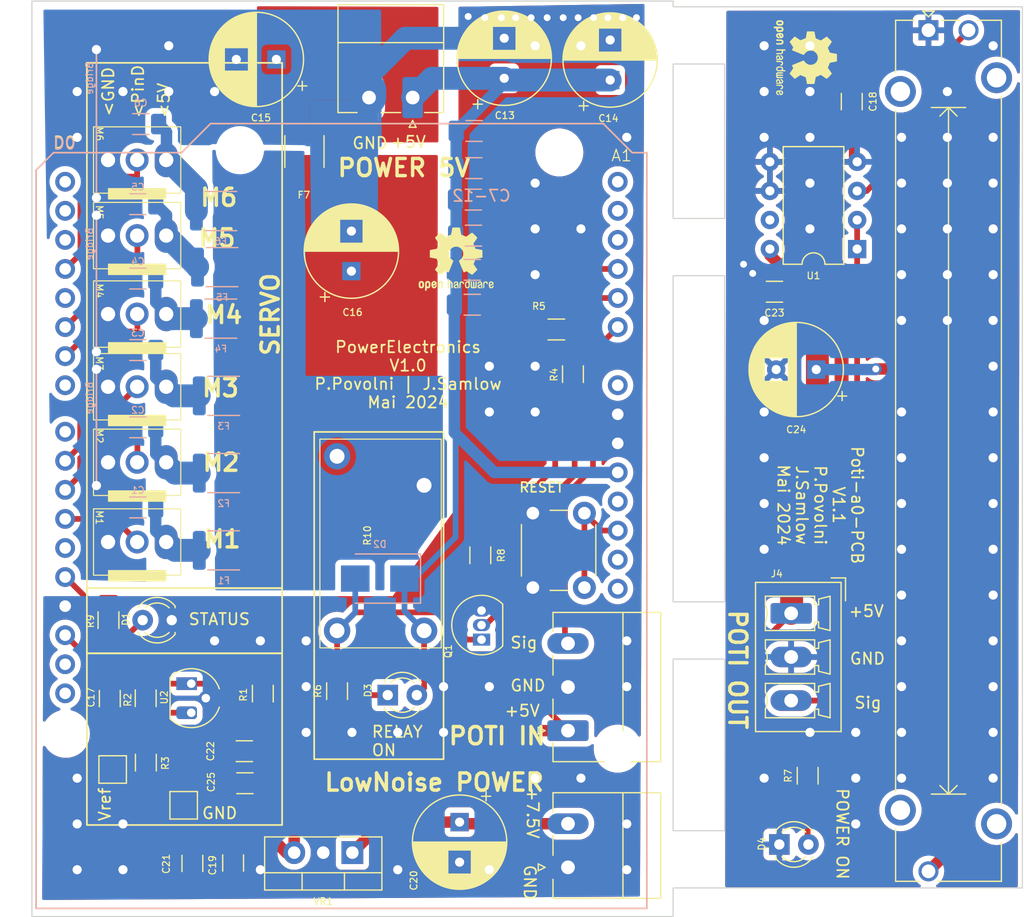
<source format=kicad_pcb>
(kicad_pcb (version 20221018) (generator pcbnew)
  (layers (0 "F.Cu" signal) (31 "B.Cu" signal) (34 "B.Paste" user) (35 "F.Paste" user) (36 "B.SilkS" user "B.Silkscreen") (37 "F.SilkS" user "F.Silkscreen") (38 "B.Mask" user) (39 "F.Mask" user) (44 "Edge.Cuts" user))
  (net 0 "")
  (net 13 "/A0")
  (net 14 "/A1")
  (net 15 "/A2")
  (net 16 "/3,722 V (Aref)")
  (net 17 "/D3")
  (net 18 "/D5")
  (net 19 "/D6")
  (net 20 "/D9")
  (net 21 "/D10")
  (net 22 "/D11")
  (net 23 "/D13")
  (net 24 "GND")
  (net 25 "Net-(A1-RESET)")
  (net 26 "Net-(M1-Pin_1)")
  (net 27 "Net-(M2-Pin_1)")
  (net 28 "Net-(M3-Pin_1)")
  (net 29 "Net-(M4-Pin_1)")
  (net 30 "Net-(M5-Pin_1)")
  (net 31 "Net-(M6-Pin_1)")
  (net 32 "+5V")
  (net 33 "+5V{slash} Mot")
  (net 34 "+7.5V")
  (net 35 "+5VA")
  (net 36 "Net-(D1-A)")
  (net 37 "Net-(D2-A)")
  (net 38 "Net-(D4-A)")
  (net 39 "Net-(U2-REF)")
  (net 40 "+5V{slash} Fused")
  (net 41 "/Poti/Pin A0")
  (net 42 "Net-(D3-K)")
  (net 43 "Net-(U1A-+)")
  (net 45 "Net-(Q1-B)")
  (footprint "1_ProjectSpecific:Arduino Uno Shield Mini BBB" (layer "F.Cu") (at 88.1625 71.73 90)
    (fp_text reference "A1")
    (fp_text value "Arduino_Uno")
  )
  (footprint "Connector_Phoenix_MC:PhoenixContact_MCV_1,5_3-G-3.81_1x03_P3.81mm_Vertical" (layer "F.Cu") (at 100.8075 112.0075 -90)
    (fp_text reference "J4")
    (fp_text value "Poti")
  )
  (footprint "Package_DIP:DIP-8_W7.62mm" (layer "F.Cu") (at 106.57 80.17 180)
    (fp_text reference "U1")
    (fp_text value "LM358")
  )
  (footprint "Capacitor_SMD:C_1206_3216Metric_Pad1.33x1.80mm_HandSolder" (layer "F.Cu") (at 106.1 67.2875 -90)
    (fp_text reference "C18")
    (fp_text value "100n")
  )
  (footprint "Capacitor_SMD:C_1206_3216Metric_Pad1.33x1.80mm_HandSolder" (layer "F.Cu") (at 53.05 124.05 180)
    (fp_text reference "C22")
    (fp_text value "100n" hide)
  )
  (footprint "Resistor_SMD:R_1206_3216Metric_Pad1.30x1.75mm_HandSolder" (layer "F.Cu") (at 54.665 119.02 90)
    (fp_text reference "R1")
    (fp_text value "147, E192" hide)
  )
  (footprint "Capacitor_SMD:C_1206_3216Metric_Pad1.33x1.80mm_HandSolder" (layer "F.Cu") (at 52.07 133.8195 -90)
    (fp_text reference "C19")
    (fp_text value "100n" hide)
  )
  (footprint "Capacitor_THT:CP_Radial_D8.0mm_P3.50mm" (layer "F.Cu") (at 71.85 130.247349 -90)
    (fp_text reference "C20")
    (fp_text value "47µF")
  )
  (footprint "Capacitor_SMD:C_1206_3216Metric_Pad1.33x1.80mm_HandSolder" (layer "F.Cu") (at 53.1 126.85 180)
    (fp_text reference "C25")
    (fp_text value "1µF")
  )
  (footprint "TestPoint:TestPoint_Pad_2.0x2.0mm" (layer "F.Cu") (at 47.752 128.778)
    (fp_text reference "REF**" hide)
    (fp_text value "TestPoint_Pad_2.0x2.0mm")
  )
  (footprint "Package_TO_SOT_THT:TO-92_Inline" (layer "F.Cu") (at 73.766 114.3 90)
    (fp_text reference "Q1")
    (fp_text value "BC548A")
  )
  (footprint "Button_Switch_THT:SW_PUSH_6mm" (layer "F.Cu") (at 82.75 103.25 -90)
    (fp_text reference "SW1" hide)
    (fp_text value "RESET")
  )
  (footprint "LED_THT:LED_D3.0mm" (layer "F.Cu") (at 65.575 119.15)
    (fp_text reference "D3")
    (fp_text value "LED" hide)
  )
  (footprint "TestPoint:TestPoint_Pad_2.0x2.0mm" (layer "F.Cu") (at 41.55 125.65)
    (fp_text reference "REF**" hide)
    (fp_text value "TestPoint_Pad_2.0x2.0mm")
  )
  (footprint "Capacitor_THT:CP_Radial_D8.0mm_P3.50mm" (layer "F.Cu") (at 62.4 82.102651 90)
    (fp_text reference "C16")
    (fp_text value "47 µF" hide)
  )
  (footprint "Capacitor_THT:CP_Radial_D8.0mm_P3.50mm" (layer "F.Cu") (at 103 90.7 180)
    (fp_text reference "C24")
    (fp_text value "47µF")
  )
  (footprint "1_ProjectSpecific:Molex_3Pin_Header" (layer "F.Cu") (at 43.688 92.202 180)
    (fp_text reference "M3")
    (fp_text value "Molex_22272031")
  )
  (footprint "Capacitor_THT:CP_Radial_D8.0mm_P3.50mm" (layer "F.Cu") (at 85 65.402651 90)
    (fp_text reference "C14")
    (fp_text value "47µF" hide)
  )
  (footprint "Resistor_SMD:R_1206_3216Metric_Pad1.30x1.75mm_HandSolder" (layer "F.Cu") (at 41.1845 112.6 -90)
    (fp_text reference "R9")
    (fp_text value "147" hide)
  )
  (footprint "LED_THT:LED_D3.0mm" (layer "F.Cu") (at 46.7095 112.6 180)
    (fp_text reference "D1")
    (fp_text value "gelb" hide)
  )
  (footprint "Resistor_SMD:R_1206_3216Metric_Pad1.30x1.75mm_HandSolder" (layer "F.Cu") (at 81.75 91.1 90)
    (fp_text reference "R4")
    (fp_text value "2370, E192" hide)
  )
  (footprint "Capacitor_THT:CP_Radial_D8.0mm_P3.50mm" (layer "F.Cu") (at 55.85 63.6 180)
    (fp_text reference "C15")
    (fp_text value "47 µF" hide)
  )
  (footprint "Capacitor_SMD:C_1206_3216Metric_Pad1.33x1.80mm_HandSolder" (layer "F.Cu") (at 48.514 133.858 -90)
    (fp_text reference "C21")
    (fp_text value "1µF")
  )
  (footprint "Resistor_SMD:R_1206_3216Metric_Pad1.30x1.75mm_HandSolder" (layer "F.Cu") (at 44.45 125.05 -90)
    (fp_text reference "R3")
    (fp_text value "2370, E192" hide)
  )
  (footprint "Resistor_SMD:R_1206_3216Metric_Pad1.30x1.75mm_HandSolder" (layer "F.Cu") (at 73.66 106.934 -90)
    (fp_text reference "R8")
    (fp_text value "1k" hide)
  )
  (footprint "Capacitor_THT:CP_Radial_D8.0mm_P3.50mm" (layer "F.Cu") (at 75.75 65.25 90)
    (fp_text reference "C13")
    (fp_text value "47 µF" hide)
  )
  (footprint "Symbol:OSHW-Logo2_7.3x6mm_SilkScreen" (layer "F.Cu") (at 71.55 81.05)
    (fp_text reference "REF**" hide)
    (fp_text value "OSHW-Logo2_7.3x6mm_SilkScreen" hide)
  )
  (footprint "Resistor_SMD:R_1206_3216Metric_Pad1.30x1.75mm_HandSolder" (layer "F.Cu") (at 44.435 119.42 -90)
    (fp_text reference "R2")
    (fp_text value "1210, E192" hide)
  )
  (footprint "1_ProjectSpecific:Molex_3Pin_Header" (layer "F.Cu") (at 43.688 78.994 180)
    (fp_text reference "M5")
    (fp_text value "Molex_22272031")
  )
  (footprint "1_ProjectSpecific:Molex_3Pin_Header" (layer "F.Cu") (at 43.688 98.806 180)
    (fp_text reference "M2")
    (fp_text value "Molex_22272031")
  )
  (footprint "Connector_Phoenix_MC:PhoenixContact_MC_1,5_3-G-3.81_1x03_P3.81mm_Horizontal" (layer "F.Cu") (at 81.3175 122.255 90)
    (fp_text reference "J3" hide)
    (fp_text value "Poti" hide)
  )
  (footprint "LED_THT:LED_D3.0mm" (layer "F.Cu") (at 99.775 132.2)
    (fp_text reference "D4")
    (fp_text value "rot" hide)
  )
  (footprint "1_ProjectSpecific:Molex_3Pin_Header" (layer "F.Cu") (at 43.688 85.852 180)
    (fp_text reference "M4")
    (fp_text value "Molex_22272031")
  )
  (footprint "Resistor_SMD:R_1206_3216Metric_Pad1.30x1.75mm_HandSolder" (layer "F.Cu") (at 102.25 126.2 -90)
    (fp_text reference "R7")
    (fp_text value "147")
  )
  (footprint "Package_TO_SOT_THT:TO-92_HandSolder" (layer "F.Cu") (at 48.415 118.15 -90)
    (fp_text reference "U2")
    (fp_text value "TL431C" hide)
  )
  (footprint "Package_TO_SOT_THT:TO-220-3_Vertical" (layer "F.Cu") (at 62.484 132.913 180)
    (fp_text reference "VR1")
    (fp_text value "7805")
  )
  (footprint "Resistor_SMD:R_1206_3216Metric_Pad1.30x1.75mm_HandSolder" (layer "F.Cu") (at 61.15 118.8 90)
    (fp_text reference "R6")
    (fp_text value "147" hide)
  )
  (footprint "1_ProjectSpecific:Molex_3Pin_Header" (layer "F.Cu") (at 43.688 72.39 180)
    (fp_text reference "M6")
    (fp_text value "Molex_22272031")
  )
  (footprint "Fuse:Fuse_1812_4532Metric" (layer "F.Cu") (at 58.3 71.65 -90)
    (fp_text reference "F7")
    (fp_text value "MF-MSMF 750 mA" hide)
  )
  (footprint "Potentiometer_THT:Potentiometer_Bourns_PTA6043_Single_Slide" (layer "F.Cu") (at 116.3 61.05 -90)
    (fp_text reference "RV1" hide)
    (fp_text value "Poti")
  )
  (footprint "Connector_Phoenix_MC:PhoenixContact_MC_1,5_2-G-3.81_1x02_P3.81mm_Horizontal" (layer "F.Cu") (at 67.75 66.9325 180)
    (fp_text reference "J1" hide)
    (fp_text value "5V" hide)
  )
  (footprint "Resistor_SMD:R_1206_3216Metric_Pad1.30x1.75mm_HandSolder" (layer "F.Cu") (at 80.3 87.2 180)
    (fp_text reference "R5")
    (fp_text value "2370, E192" hide)
  )
  (footprint "1_ProjectSpecific:Relay_AHQSH105LM100G" (layer "F.Cu") (at 68.75 113.52 90)
    (fp_text reference "R10")
    (fp_text value "~" hide)
  )
  (footprint "Symbol:OSHW-Logo2_7.3x6mm_SilkScreen" (layer "F.Cu") (at 102.05 63.45 -90)
    (fp_text reference "REF**" hide)
    (fp_text value "OSHW-Logo2_7.3x6mm_SilkScreen" hide)
  )
  (footprint "Capacitor_SMD:C_1206_3216Metric_Pad1.33x1.80mm_HandSolder" (layer "F.Cu") (at 41.3 119.45 -90)
    (fp_text reference "C17")
    (fp_text value "100n" hide)
  )
  (footprint "Capacitor_SMD:C_1206_3216Metric_Pad1.33x1.80mm_HandSolder" (layer "F.Cu") (at 99.35 83.9 180)
    (fp_text reference "C23")
    (fp_text value "100n" hide)
  )
  (footprint "1_ProjectSpecific:Molex_3Pin_Header" (layer "F.Cu") (at 43.688 105.77 180)
    (fp_text reference "M1")
    (fp_text value "Molex_22272031")
  )
  (footprint "Connector_Phoenix_MC:PhoenixContact_MC_1,5_2-G-3.81_1x02_P3.81mm_Horizontal" (layer "F.Cu") (at 81.3175 134.2 90)
    (fp_text reference "J2" hide)
    (fp_text value "7V" hide)
  )
  (footprint "Capacitor_SMD:C_1206_3216Metric_Pad1.33x1.80mm_HandSolder" (layer "B.Cu") (at 72.9535 81.9875)
    (fp_text reference "C11" hide)
    (fp_text value "100 n" hide)
  )
  (footprint "Fuse:Fuse_1812_4532Metric" (layer "B.Cu") (at 51 86.25)
    (fp_text reference "F4")
    (fp_text value "MF-MSMF 1100 mA" hide)
  )
  (footprint "Capacitor_SMD:C_1206_3216Metric_Pad1.33x1.80mm_HandSolder" (layer "B.Cu") (at 43.75 82.75 180)
    (fp_text reference "C4")
    (fp_text value "1µF" hide)
  )
  (footprint "Fuse:Fuse_1812_4532Metric" (layer "B.Cu") (at 51.25 106.5)
    (fp_text reference "F1")
    (fp_text value "MF-MSMF 1100mA" hide)
  )
  (footprint "Capacitor_SMD:C_1206_3216Metric_Pad1.33x1.80mm_HandSolder" (layer "B.Cu") (at 73.0625 79)
    (fp_text reference "C10" hide)
    (fp_text value "100 n" hide)
  )
  (footprint "Capacitor_SMD:C_1206_3216Metric_Pad1.33x1.80mm_HandSolder" (layer "B.Cu") (at 73.092 73.101)
    (fp_text reference "C8" hide)
    (fp_text value "100 n" hide)
  )
  (footprint "Capacitor_SMD:C_1206_3216Metric_Pad1.33x1.80mm_HandSolder" (layer "B.Cu") (at 44 69.25 180)
    (fp_text reference "C6")
    (fp_text value "1µF")
  )
  (footprint "Capacitor_SMD:C_1206_3216Metric_Pad1.33x1.80mm_HandSolder" (layer "B.Cu") (at 73.0535 75.851)
    (fp_text reference "C9" hide)
    (fp_text value "100 n" hide)
  )
  (footprint "Capacitor_SMD:C_1206_3216Metric_Pad1.33x1.80mm_HandSolder" (layer "B.Cu") (at 43.75 89 180)
    (fp_text reference "C3")
    (fp_text value "1µF" hide)
  )
  (footprint "Capacitor_SMD:C_1206_3216Metric_Pad1.33x1.80mm_HandSolder" (layer "B.Cu") (at 72.9535 85.0355)
    (fp_text reference "C12" hide)
    (fp_text value "100 n" hide)
  )
  (footprint "Capacitor_SMD:C_1206_3216Metric_Pad1.33x1.80mm_HandSolder" (layer "B.Cu") (at 73.116 69.851)
    (fp_text reference "C7" hide)
    (fp_text value "100 n" hide)
  )
  (footprint "Fuse:Fuse_1812_4532Metric" (layer "B.Cu") (at 51.25 93)
    (fp_text reference "F3")
    (fp_text value "MF-MSMF 1100 mA" hide)
  )
  (footprint "Fuse:Fuse_1812_4532Metric" (layer "B.Cu") (at 51.25 99.75)
    (fp_text reference "F2")
    (fp_text value "MF-MSMF 1100 mA" hide)
  )
  (footprint "Diode_SMD:D_SMB" (layer "B.Cu") (at 64.888 108.966 180)
    (fp_text reference "D2")
    (fp_text value "S2A")
  )
  (footprint "Capacitor_SMD:C_1206_3216Metric_Pad1.33x1.80mm_HandSolder" (layer "B.Cu") (at 43.75 102.75 180)
    (fp_text reference "C1")
    (fp_text value "1µF" hide)
  )
  (footprint "Capacitor_SMD:C_1206_3216Metric_Pad1.33x1.80mm_HandSolder" (layer "B.Cu") (at 43.75 95.75 180)
    (fp_text reference "C2")
    (fp_text value "1µF" hide)
  )
  (footprint "Fuse:Fuse_1812_4532Metric" (layer "B.Cu") (at 51 76.85)
    (fp_text reference "F6")
    (fp_text value "MF-MSMF 750 mA" hide)
  )
  (footprint "Capacitor_SMD:C_1206_3216Metric_Pad1.33x1.80mm_HandSolder" (layer "B.Cu") (at 43.75 76.25 180)
    (fp_text reference "C5")
    (fp_text value "1µF" hide)
  )
  (footprint "Fuse:Fuse_1812_4532Metric" (layer "B.Cu") (at 51.1 81.75)
    (fp_text reference "F5")
    (fp_text value "MF-MSMF 750 mA" hide)
  )
  (gr_line (start 40.132 90.678) (end 40.132 100.838) (stroke (width 0.15)) (layer "B.SilkS"))
  (gr_line (start 40.132 62.738) (end 40.132 75.692) (stroke (width 0.15)) (layer "B.SilkS"))
  (gr_line (start 40.132 77.216) (end 40.132 89.154) (stroke (width 0.15)) (layer "B.SilkS"))
  (gr_rect (start 39.3 115.5) (end 56.35 130.5) (stroke (width 0.15)) (fill none) (layer "F.SilkS"))
  (gr_rect (start 59.15 96.15) (end 70.45 124.75) (stroke (width 0.15)) (fill none) (layer "F.SilkS"))
  (gr_rect (start 39.3 109.8) (end 56.35 115.5) (stroke (width 0.15)) (fill none) (layer "F.SilkS"))
  (gr_rect (start 39.3 63.9) (end 56.35 109.8) (stroke (width 0.15)) (fill none) (layer "F.SilkS"))
  (gr_line (start 34.5 138) (end 34.5 58.5) (stroke (width 0.1)) (layer "Edge.Cuts"))
  (gr_rect (start 90.5 82.5) (end 95 111) (stroke (width 0.1)) (fill none) (layer "Edge.Cuts"))
  (gr_line (start 90.5 138.5) (end 34.5 138.5) (stroke (width 0.1)) (layer "Edge.Cuts"))
  (gr_line (start 121 59) (end 121 136) (stroke (width 0.1)) (layer "Edge.Cuts"))
  (gr_line (start 121 136) (end 95 136) (stroke (width 0.1)) (layer "Edge.Cuts"))
  (gr_line (start 121 59) (end 95 59) (stroke (width 0.1)) (layer "Edge.Cuts"))
  (gr_line (start 95 59) (end 90.5 59) (stroke (width 0.1)) (layer "Edge.Cuts"))
  (gr_rect (start 90.5 64) (end 95 77.5) (stroke (width 0.1)) (fill none) (layer "Edge.Cuts"))
  (gr_line (start 90.5 59) (end 90.5 58.5) (stroke (width 0.1)) (layer "Edge.Cuts"))
  (gr_line (start 95 136) (end 90.5 136) (stroke (width 0.1)) (layer "Edge.Cuts"))
  (gr_line (start 90.5 136) (end 90.5 138.5) (stroke (width 0.1)) (layer "Edge.Cuts"))
  (gr_line (start 34.5 58.5) (end 90.5 58.5) (stroke (width 0.1)) (layer "Edge.Cuts"))
  (gr_line (start 34.5 138.5) (end 34.5 138) (stroke (width 0.1)) (layer "Edge.Cuts"))
  (gr_rect (start 90.5 116) (end 95 131) (stroke (width 0.1)) (fill none) (layer "Edge.Cuts"))
  (gr_rect (start 119 138.5) (end 119 138.5) (stroke (width 0.1)) (fill none) (layer "Edge.Cuts"))
  (gr_text "C7-12" (at 76.4 76.1) (layer "B.SilkS") (effects (font (size 1 1)) (justify left bottom mirror)))
  (gr_text "Bridge" (at 39.878 78.232 90) (layer "B.SilkS") (effects (font (size 0.6 0.6) (thickness 0.1) bold) (justify left bottom mirror)))
  (gr_text "Bridge" (at 39.878 91.694 90) (layer "B.SilkS") (effects (font (size 0.6 0.6) (thickness 0.1) bold) (justify left bottom mirror)))
  (gr_text "Bridge" (at 39.878 63.754 90) (layer "B.SilkS") (effects (font (size 0.6 0.6) (thickness 0.1) bold) (justify left bottom mirror)))
  (gr_text "M3" (at 49.2 93.2) (layer "F.SilkS") (effects (font (size 1.5 1.5) (thickness 0.3) bold) (justify left bottom)))
  (gr_text "SERVO" (at 56.2 89.65 90) (layer "F.SilkS") (effects (font (size 1.5 1.5) (thickness 0.3) bold) (justify left bottom)))
  (gr_text "M2" (at 49.25 99.7) (layer "F.SilkS") (effects (font (size 1.5 1.5) (thickness 0.3) bold) (justify left bottom)))
  (gr_text "<5V" (at 46.6 68.8 90) (layer "F.SilkS") (effects (font (size 1 1)) (justify left bottom)))
  (gr_text "+7.5V" (at 77.65 127.1 -90) (layer "F.SilkS") (effects (font (size 1 1)) (justify left bottom)))
  (gr_text "GND" (at 105.85 116.55) (layer "F.SilkS") (effects (font (size 1 1)) (justify left bottom)))
  (gr_text "Vref" (at 41.45 130.25 90) (layer "F.SilkS") (effects (font (size 1 1)) (justify left bottom)))
  (gr_text "M1" (at 49.35 106.4) (layer "F.SilkS") (effects (font (size 1.5 1.5) (thickness 0.3) bold) (justify left bottom)))
  (gr_text "STATUS" (at 48.1 113.1) (layer "F.SilkS") (effects (font (size 1 1)) (justify left bottom)))
  (gr_text "PowerElectronics\nV1.0\nP.Povolni | J.Samlow\nMai 2024" (at 67.35 94.15) (layer "F.SilkS") (effects (font (size 1 1)) (justify bottom)))
  (gr_text "LowNoise POWER" (at 59.9 127.65) (layer "F.SilkS") (effects (font (size 1.5 1.5) (thickness 0.3) bold) (justify left bottom)))
  (gr_text "Sig" (at 76.2 115.15) (layer "F.SilkS") (effects (font (size 1 1)) (justify left bottom)))
  (gr_text "GND" (at 76.2 118.9) (layer "F.SilkS") (effects (font (size 1 1)) (justify left bottom)))
  (gr_text "+5V" (at 105.75 112.4) (layer "F.SilkS") (effects (font (size 1 1)) (justify left bottom)))
  (gr_text "M6" (at 49.05 76.55) (layer "F.SilkS") (effects (font (size 1.5 1.5) (thickness 0.3) bold) (justify left bottom)))
  (gr_text "M4" (at 49.5 86.8) (layer "F.SilkS") (effects (font (size 1.5 1.5) (thickness 0.3) bold) (justify left bottom)))
  (gr_text "GND" (at 62.4 71.5) (layer "F.SilkS") (effects (font (size 1 1)) (justify left bottom)))
  (gr_text "RELAY\nON" (at 64.1 124.55) (layer "F.SilkS") (effects (font (size 1 1)) (justify left bottom)))
  (gr_text "M5" (at 48.9 80.1) (layer "F.SilkS") (effects (font (size 1.5 1.5) (thickness 0.3) bold) (justify left bottom)))
  (gr_text "+5V" (at 65.75 71.4) (layer "F.SilkS") (effects (font (size 1 1)) (justify left bottom)))
  (gr_text "POWER ON" (at 104.7 127.2 270) (layer "F.SilkS") (effects (font (size 1 1)) (justify left bottom)))
  (gr_text "POTI OUT" (at 95.25 111.55 270) (layer "F.SilkS") (effects (font (size 1.5 1.5) (thickness 0.3) bold) (justify left bottom)))
  (gr_text "<GND" (at 41.75 68.65 90) (layer "F.SilkS") (effects (font (size 1 1)) (justify left bottom)))
  (gr_text "Poti-a0-PCB\nV1.1\nP.Povolni\nJ.Samlow\nMai 2024" (at 99.55 102.55 270) (layer "F.SilkS") (effects (font (size 1 1)) (justify bottom)))
  (gr_text "<PinD" (at 44.35 68.8 90) (layer "F.SilkS") (effects (font (size 1 1)) (justify left bottom)))
  (gr_text "POTI IN" (at 70.75 123.6) (layer "F.SilkS") (effects (font (size 1.5 1.5) (thickness 0.3) bold) (justify left bottom)))
  (gr_text "GND" (at 77.4 133.9 270) (layer "F.SilkS") (effects (font (size 1 1)) (justify left bottom)))
  (gr_text "+5V" (at 75.7 121.1) (layer "F.SilkS") (effects (font (size 1 1)) (justify left bottom)))
  (gr_text "GND" (at 49.276 130.048) (layer "F.SilkS") (effects (font (size 1 1)) (justify left bottom)))
  (gr_text "Sig" (at 106.25 120.4) (layer "F.SilkS") (effects (font (size 1 1)) (justify left bottom)))
  (gr_text "POWER 5V" (at 61.05 73.95) (layer "F.SilkS") (effects (font (size 1.5 1.5) (thickness 0.3) bold) (justify left bottom)))
  (segment (start 81.3175 114.635) (end 81.05 114.635) (width 0.5) (layer "F.Cu") (net 13))
  (segment (start 81.05 101.75) (end 83.5 99.3) (width 0.5) (layer "F.Cu") (net 13))
  (segment (start 83.5 99.3) (end 83.5 89.1745) (width 0.5) (layer "F.Cu") (net 13))
  (segment (start 81.05 114.635) (end 81.05 101.75) (width 0.5) (layer "F.Cu") (net 13))
  (segment (start 83.5 89.1745) (end 85.6845 86.99) (width 0.5) (layer "F.Cu") (net 13))
  (segment (start 82.8 84.45) (end 85.6845 84.45) (width 0.5) (layer "F.Cu") (net 14))
  (segment (start 81.85 89.45) (end 81.75 89.55) (width 0.5) (layer "F.Cu") (net 14))
  (segment (start 81.85 85.4) (end 82.8 84.45) (width 0.5) (layer "F.Cu") (net 14))
  (segment (start 82.05 87.15) (end 81.85 86.95) (width 0.5) (layer "F.Cu") (net 14))
  (segment (start 81.85 87.2) (end 81.85 89.45) (width 0.5) (layer "F.Cu") (net 14))
  (segment (start 81.85 86.95) (end 81.85 85.4) (width 0.5) (layer "F.Cu") (net 14))
  (segment (start 83.29 81.91) (end 85.6845 81.91) (width 0.5) (layer "F.Cu") (net 15))
  (segment (start 80.2 99.24939) (end 80.2 85) (width 0.5) (layer "F.Cu") (net 15))
  (segment (start 80.2 85) (end 83.29 81.91) (width 0.5) (layer "F.Cu") (net 15))
  (segment (start 73.66 105.384) (end 73.66 103.378) (width 0.5) (layer "F.Cu") (net 15))
  (segment (start 74.38861 102.64939) (end 76.8 102.64939) (width 0.5) (layer "F.Cu") (net 15))
  (segment (start 73.66 103.378) (end 74.38861 102.64939) (width 0.5) (layer "F.Cu") (net 15))
  (segment (start 76.8 102.64939) (end 80.2 99.24939) (width 0.5) (layer "F.Cu") (net 15))
  (segment (start 42.95 121.95) (end 42.4425 122.4575) (width 0.5) (layer "F.Cu") (net 16))
  (segment (start 41.3 117.8875) (end 41.3 117.7895) (width 0.5) (layer "F.Cu") (net 16))
  (segment (start 41.3175 117.87) (end 41.3 117.8875) (width 0.5) (layer "F.Cu") (net 16))
  (segment (start 41.2125 125.3125) (end 41.55 125.65) (width 0.5) (layer "F.Cu") (net 16))
  (segment (start 54.665 117.47) (end 53.985 118.15) (width 0.5) (layer "F.Cu") (net 16))
  (segment (start 42.4425 122.4575) (end 41.768997 122.4575) (width 0.5) (layer "F.Cu") (net 16))
  (segment (start 41.2125 123.013997) (end 41.2125 125.3125) (width 0.5) (layer "F.Cu") (net 16))
  (segment (start 42.95 117.87) (end 42.95 121.95) (width 0.5) (layer "F.Cu") (net 16))
  (segment (start 44.715 118.15) (end 44.435 117.87) (width 0.5) (layer "F.Cu") (net 16))
  (segment (start 42.95 117.87) (end 41.3175 117.87) (width 0.5) (layer "F.Cu") (net 16))
  (segment (start 41.3 117.7895) (end 37.4245 113.914) (width 0.5) (layer "F.Cu") (net 16))
  (segment (start 53.985 118.15) (end 48.415 118.15) (width 0.5) (layer "F.Cu") (net 16))
  (segment (start 41.768997 122.4575) (end 41.2125 123.013997) (width 0.5) (layer "F.Cu") (net 16))
  (segment (start 48.415 118.15) (end 44.715 118.15) (width 0.5) (layer "F.Cu") (net 16))
  (segment (start 44.435 117.87) (end 42.95 117.87) (width 0.5) (layer "F.Cu") (net 16))
  (segment (start 43.688 73.84) (end 40.206 73.84) (width 0.5) (layer "F.Cu") (net 17))
  (segment (start 40.206 73.84) (end 38.7381 75.3079) (width 0.5) (layer "F.Cu") (net 17))
  (segment (start 38.7381 75.3079) (end 38.7381 80.5964) (width 0.5) (layer "F.Cu") (net 17))
  (segment (start 43.71 72.25) (end 43.688 72.272) (width 0.5) (layer "F.Cu") (net 17))
  (segment (start 38.7381 80.5964) (end 37.4245 81.91) (width 0.5) (layer "F.Cu") (net 17))
  (segment (start 43.688 72.272) (end 43.688 73.84) (width 0.5) (layer "F.Cu") (net 17))
  (segment (start 43.71 79) (end 43.71 83.544) (width 0.5) (layer "F.Cu") (net 18))
  (segment (start 40.5945 83.82) (end 37.4245 86.99) (width 0.5) (layer "F.Cu") (net 18))
  (segment (start 43.434 83.82) (end 40.5945 83.82) (width 0.5) (layer "F.Cu") (net 18))
  (segment (start 43.71 83.544) (end 43.434 83.82) (width 0.5) (layer "F.Cu") (net 18))
  (segment (start 43.71 87.376) (end 39.5785 87.376) (width 0.5) (layer "F.Cu") (net 19))
  (segment (start 43.71 85.75) (end 43.71 87.376) (width 0.5) (layer "F.Cu") (net 19))
  (segment (start 39.5785 87.376) (end 37.4245 89.53) (width 0.5) (layer "F.Cu") (net 19))
  (segment (start 42.238 93.652) (end 39.952 93.652) (width 0.5) (layer "F.Cu") (net 20))
  (segment (start 38.7161 94.8879) (end 38.7161 97.3824) (width 0.5) (layer "F.Cu") (net 20))
  (segment (start 39.952 93.652) (end 38.7161 94.8879) (width 0.5) (layer "F.Cu") (net 20))
  (segment (start 43.688 92.202) (end 42.238 93.652) (width 0.5) (layer "F.Cu") (net 20))
  (segment (start 38.7161 97.3824) (end 37.4245 98.674) (width 0.5) (layer "F.Cu") (net 20))
  (segment (start 40.386 96.774) (end 38.7161 98.4439) (width 0.5) (layer "F.Cu") (net 21))
  (segment (start 43.71 97.05) (end 43.434 96.774) (width 0.5) (layer "F.Cu") (net 21))
  (segment (start 38.7161 99.9224) (end 37.4245 101.214) (width 0.5) (layer "F.Cu") (net 21))
  (segment (start 43.71 99) (end 43.71 97.05) (width 0.5) (layer "F.Cu") (net 21))
  (segment (start 38.7161 98.4439) (end 38.7161 99.9224) (width 0.5) (layer "F.Cu") (net 21))
  (segment (start 43.434 96.774) (end 40.386 96.774) (width 0.5) (layer "F.Cu") (net 21))
  (segment (start 41.714 103.754) (end 37.4245 103.754) (width 0.5) (layer "F.Cu") (net 22))
  (segment (start 43.71 105.75) (end 41.714 103.754) (width 0.5) (layer "F.Cu") (net 22))
  (segment (start 41.1845 111.05) (end 39.6405 111.05) (width 0.5) (layer "F.Cu") (net 23))
  (segment (start 39.6405 111.05) (end 37.4245 108.834) (width 0.5) (layer "F.Cu") (net 23))
  (segment (start 97.7875 83.9) (end 97.7875 82.6375) (width 0.5) (layer "F.Cu") (net 24))
  (segment (start 106.1 68.85) (end 106.1 72.08) (width 0.5) (layer "F.Cu") (net 24))
  (segment (start 96.65 81.5) (end 96.65 81.5) (width 0.5) (layer "F.Cu") (net 24))
  (segment (start 97.25 82.1) (end 97.25 82.1) (width 0.5) (layer "F.Cu") (net 24))
  (segment (start 97.7875 82.6375) (end 97.45 82.3) (width 0.5) (layer "F.Cu") (net 24))
  (segment (start 97.45 82.3) (end 97.45 82.3) (width 0.5) (layer "F.Cu") (net 24))
  (segment (start 96.65 81.5) (end 96.65 81.5) (width 0.5) (layer "F.Cu") (net 24))
  (segment (start 97.45 82.3) (end 97.25 82.1) (width 0.5) (layer "F.Cu") (net 24))
  (segment (start 97.25 82.1) (end 96.65 81.5) (width 0.5) (layer "F.Cu") (net 24))
  (segment (start 81.3175 118.445) (end 81.445 118.445) (width 0.5) (layer "F.Cu") (net 24))
  (segment (start 106.1 72.08) (end 106.57 72.55) (width 0.5) (layer "F.Cu") (net 24))
  (segment (start 97.45 82.3) (end 97.45 82.3) (width 0.5) (layer "F.Cu") (net 24))
  (segment (start 97.25 82.1) (end 97.25 82.1) (width 0.5) (layer "F.Cu") (net 24))
  (segment (start 96.65 81.5) (end 96.6 81.45) (width 0.5) (layer "F.Cu") (net 24))
  (via (at 118.45 126.4075) (size 1.5) (drill 0.8) (layers "F.Cu" "B.Cu") (net 24))
  (via (at 38.45 126.4075) (size 1.5) (drill 0.8) (layers "F.Cu" "B.Cu") (net 24))
  (via (at 118.45 90.4075) (size 1.5) (drill 0.8) (layers "F.Cu" "B.Cu") (net 24))
  (via (at 87.3 59.95) (size 1) (drill 0.6) (layers "F.Cu" "B.Cu") (net 24))
  (via (at 118.45 74.4075) (size 1.5) (drill 0.8) (layers "F.Cu" "B.Cu") (net 24))
  (via (at 82.45 78.4075) (size 1.5) (drill 0.8) (layers "F.Cu" "B.Cu") (net 24))
  (via (at 98.45 94.4075) (size 1.5) (drill 0.8) (layers "F.Cu" "B.Cu") (net 24))
  (via (at 86.45 70.4075) (size 1.5) (drill 0.8) (layers "F.Cu" "B.Cu") (net 24))
  (via (at 102.45 66.4075) (size 1.5) (drill 0.8) (layers "F.Cu" "B.Cu") (net 24))
  (via (at 42.45 66.4075) (size 1.5) (drill 0.8) (layers "F.Cu" "B.Cu") (net 24))
  (via (at 98.45 70.4075) (size 1.5) (drill 0.8) (layers "F.Cu" "B.Cu") (net 24))
  (via (at 110.45 74.4075) (size 1.5) (drill 0.8) (layers "F.Cu" "B.Cu") (net 24))
  (via (at 40.132 62.738) (size 1.5) (drill 0.8) (layers "F.Cu" "B.Cu") (net 24))
  (via (at 118.45 114.4075) (size 1.5) (drill 0.8) (layers "F.Cu" "B.Cu") (net 24))
  (via (at 40.132 75.692) (size 1.5) (drill 0.8) (layers "F.Cu" "B.Cu") (net 24))
  (via (at 54.45 114.4075) (size 1.5) (drill 0.8) (layers "F.Cu" "B.Cu") (net 24))
  (via (at 46.45 66.4075) (size 1.5) (drill 0.8) (layers "F.Cu" "B.Cu") (net 24))
  (via (at 110.45 110.4075) (size 1.5) (drill 0.8) (layers "F.Cu" "B.Cu") (net 24))
  (via (at 102.45 70.4075) (size 1.5) (drill 0.8) (layers "F.Cu" "B.Cu") (net 24))
  (via (at 58.45 114.4075) (size 1.5) (drill 0.8) (layers "F.Cu" "B.Cu") (net 24))
  (via (at 110.45 118.4075) (size 1.5) (drill 0.8) (layers "F.Cu" "B.Cu") (net 24))
  (via (at 74.05 59.95) (size 1) (drill 0.6) (layers "F.Cu" "B.Cu") (net 24))
  (via (at 102.45 74.4075) (size 1.5) (drill 0.8) (layers "F.Cu" "B.Cu") (net 24))
  (via (at 102.45 122.4075) (size 1.5) (drill 0.8) (layers "F.Cu" "B.Cu") (net 24))
  (via (at 78.45 74.4075) (size 1.5) (drill 0.8) (layers "F.Cu" "B.Cu") (net 24))
  (via (at 66.45 122.4075) (size 1.5) (drill 0.8) (layers "F.Cu" "B.Cu") (net 24))
  (via (at 62.45 122.4075) (size 1.5) (drill 0.8) (layers "F.Cu" "B.Cu") (net 24))
  (via (at 110.45 126.4075) (size 1.5) (drill 0.8) (layers "F.Cu" "B.Cu") (net 24))
  (via (at 38.45 70.4075) (size 1.5) (drill 0.8) (layers "F.Cu" "B.Cu") (net 24))
  (via (at 38.45 66.4075) (size 1.5) (drill 0.8) (layers "F.Cu" "B.Cu") (net 24))
  (via (at 40.132 77.216) (size 1.5) (drill 0.8) (layers "F.Cu" "B.Cu") (net 24))
  (via (at 82.2 59.95) (size 1) (drill 0.6) (layers "F.Cu" "B.Cu") (net 24))
  (via (at 86.45 114.4075) (size 1.5) (drill 0.8) (layers "F.Cu" "B.Cu") (net 24))
  (via (at 110.45 94.4075) (size 1.5) (drill 0.8) (layers "F.Cu" "B.Cu") (net 24))
  (via (at 118.45 118.4075) (size 1.5) (drill 0.8) (layers "F.Cu" "B.Cu") (net 24))
  (via (at 50.45 66.4075) (size 1.5) (drill 0.8) (layers "F.Cu" "B.Cu") (net 24))
  (via (at 78.45 94.4075) (size 1.5) (drill 0.8) (layers "F.Cu" "B.Cu") (net 24))
  (via (at 110.45 78.4075) (size 1.5) (drill 0.8) (layers "F.Cu" "B.Cu") (net 24))
  (via (at 74.45 134.4075) (size 1.5) (drill 0.8) (layers "F.Cu" "B.Cu") (net 24))
  (via (at 74.45 90.4075) (size 1.5) (drill 0.8) (layers "F.Cu" "B.Cu") (net 24))
  (via (at 40.132 89.154) (size 1.5) (drill 0.8) (layers "F.Cu" "B.Cu") (net 24))
  (via (at 58.45 118.4075) (size 1.5) (drill 0.8) (layers "F.Cu" "B.Cu") (net 24))
  (via (at 98.45 62.4075) (size 1.5) (drill 0.8) (layers "F.Cu" "B.Cu") (net 24))
  (via (at 82.45 62.4075) (size 1.5) (drill 0.8) (layers "F.Cu" "B.Cu") (net 24))
  (via (at 78.45 78.4075) (size 1.5) (drill 0.8) (layers "F.Cu" "B.Cu") (net 24))
  (via (at 86.45 130.4075) (size 1.5) (drill 0.8) (layers "F.Cu" "B.Cu") (net 24))
  (via (at 42.45 130.4075) (size 1.5) (drill 0.8) (layers "F.Cu" "B.Cu") (net 24))
  (via (at 83.55 59.95) (size 1) (drill 0.6) (layers "F.Cu" "B.Cu") (net 24))
  (via (at 82.45 126.4075) (size 1.5) (drill 0.8) (layers "F.Cu" "B.Cu") (net 24))
  (via (at 118.45 122.4075) (size 1.5) (drill 0.8) (layers "F.Cu" "B.Cu") (net 24))
  (via (at 118.45 70.4075) (size 1.5) (drill 0.8) (layers "F.Cu" "B.Cu") (net 24))
  (via (at 110.45 86.4075) (size 1.5) (drill 0.8) (layers "F.Cu" "B.Cu") (net 24))
  (via (at 98.45 86.4075) (size 1.5) (drill 0.8) (layers "F.Cu" "B.Cu") (net 24))
  (via (at 114.45 74.4075) (size 1.5) (drill 0.8) (layers "F.Cu" "B.Cu") (net 24))
  (via (at 110.45 82.4075) (size 1.5) (drill 0.8) (layers "F.Cu" "B.Cu") (net 24))
  (via (at 98.45 126.4075) (size 1.5) (drill 0.8) (layers "F.Cu" "B.Cu") (net 24))
  (via (at 40.132 90.678) (size 1.5) (drill 0.8) (layers "F.Cu" "B.Cu") (net 24))
  (via (at 78.45 82.4075) (size 1.5) (drill 0.8) (layers "F.Cu" "B.Cu") (net 24))
  (via (at 110.45 70.4075) (size 1.5) (drill 0.8) (layers "F.Cu" "B.Cu") (net 24))
  (via (at 118.45 86.4075) (size 1.5) (drill 0.8) (layers "F.Cu" "B.Cu") (net 24))
  (via (at 110.45 98.4075) (size 1.5) (drill 0.8) (layers "F.Cu" "B.Cu") (net 24))
  (via (at 118.45 106.4075) (size 1.5) (drill 0.8) (layers "F.Cu" "B.Cu") (net 24))
  (via (at 50.45 114.4075) (size 1.5) (drill 0.8) (layers "F.Cu" "B.Cu") (net 24))
  (via (at 102.45 78.4075) (size 1.5) (drill 0.8) (layers "F.Cu" "B.Cu") (net 24))
  (via (at 110.45 102.4075) (size 1.5) (drill 0.8) (layers "F.Cu" "B.Cu") (net 24))
  (via (at 84.8 59.95) (size 1) (drill 0.6) (layers "F.Cu" "B.Cu") (net 24))
  (via (at 72.6 59.85) (size 1) (drill 0.6) (layers "F.Cu" "B.Cu") (net 24))
  (via (at 97.45 82.3) (size 1) (drill 0.6) (layers "F.Cu" "B.Cu") (net 24))
  (via (at 78.45 126.4075) (size 1.5) (drill 0.8) (layers "F.Cu" "B.Cu") (net 24))
  (via (at 86.45 118.4075) (size 1.5) (drill 0.8) (layers "F.Cu" "B.Cu") (net 24))
  (via (at 98.45 66.4075) (size 1.5) (drill 0.8) (layers "F.Cu" "B.Cu") (net 24))
  (via (at 70.45 122.4075) (size 1.5) (drill 0.8) (layers "F.Cu" "B.Cu") (net 24))
  (via (at 96.65 81.5) (size 1) (drill 0.6) (layers "F.Cu" "B.Cu") (net 24))
  (via (at 78.45 62.4075) (size 1.5) (drill 0.8) (layers "F.Cu" "B.Cu") (net 24))
  (via (at 66.45 134.4075) (size 1.5) (drill 0.8) (layers "F.Cu" "B.Cu") (net 24))
  (via (at 74.45 94.4075) (size 1.5) (drill 0.8) (layers "F.Cu" "B.Cu") (net 24))
  (via (at 106.45 126.4075) (size 1.5) (drill 0.8) (layers "F.Cu" "B.Cu") (net 24))
  (via (at 75.5 59.95) (size 1) (drill 0.6) (layers "F.Cu" "B.Cu") (net 24))
  (via (at 106.45 130.4075) (size 1.5) (drill 0.8) (layers "F.Cu" "B.Cu") (net 24))
  (via (at 110.45 114.4075) (size 1.5) (drill 0.8) (layers "F.Cu" "B.Cu") (net 24))
  (via (at 110.45 106.4075) (size 1.5) (drill 0.8) (layers "F.Cu" "B.Cu") (net 24))
  (via (at 76.75 59.95) (size 1) (drill 0.6) (layers "F.Cu" "B.Cu") (net 24))
  (via (at 118.45 94.4075) (size 1.5) (drill 0.8) (layers "F.Cu" "B.Cu") (net 24))
  (via (at 42.45 134.4075) (size 1.5) (drill 0.8) (layers "F.Cu" "B.Cu") (net 24))
  (via (at 118.45 82.4075) (size 1.5) (drill 0.8) (layers "F.Cu" "B.Cu") (net 24))
  (via (at 54.45 134.4075) (size 1.5) (drill 0.8) (layers "F.Cu" "B.Cu") (net 24))
  (via (at 78.45 90.4075) (size 1.5) (drill 0.8) (layers "F.Cu" "B.Cu") (net 24))
  (via (at 80.9 59.95) (size 1) (drill 0.6) (layers "F.Cu" "B.Cu") (net 24))
  (via (at 114.45 70.4075) (size 1.5) (drill 0.8) (layers "F.Cu" "B.Cu") (net 24))
  (via (at 86.1 59.95) (size 1) (drill 0.6) (layers "F.Cu" "B.Cu") (net 24))
  (via (at 110.45 122.4075) (size 1.5) (drill 0.8) (layers "F.Cu" "B.Cu") (net 24))
  (via (at 78.1 59.95) (size 1) (drill 0.6) (layers "F.Cu" "B.Cu") (net 24))
  (via (at 98.45 98.4075) (size 1.5) (drill 0.8) (layers "F.Cu" "B.Cu") (net 24))
  (via (at 98.45 102.4075) (size 1.5) (drill 0.8) (layers "F.Cu" "B.Cu") (net 24))
  (via (at 114.45 82.4075) (size 1.5) (drill 0.8) (layers "F.Cu" "B.Cu") (net 24))
  (via (at 38.45 130.4075) (size 1.5) (drill 0.8) (layers "F.Cu" "B.Cu") (net 24))
  (via (at 106.45 122.4075) (size 1.5) (drill 0.8) (layers "F.Cu" "B.Cu") (net 24))
  (via (at 40.132 100.838) (size 1.5) (drill 0.8) (layers "F.Cu" "B.Cu") (net 24))
  (via (at 118.45 110.4075) (size 1.5) (drill 0.8) (layers "F.Cu" "B.Cu") (net 24))
  (via (at 118.45 78.4075) (size 1.5) (drill 0.8) (layers "F.Cu" "B.Cu") (net 24))
  (via (at 79.5 59.95) (size 1) (drill 0.6) (layers "F.Cu" "B.Cu") (net 24))
  (via (at 102.45 62.4075) (size 1.5) (drill 0.8) (layers "F.Cu" "B.Cu") (net 24))
  (via (at 58.45 122.4075) (size 1.5) (drill 0.8) (layers "F.Cu" "B.Cu") (net 24))
  (via (at 46.45 62.4075) (size 1.5) (drill 0.8) (layers "F.Cu" "B.Cu") (net 24))
  (via (at 114.45 66.4075) (size 1.5) (drill 0.8) (layers "F.Cu" "B.Cu") (net 24))
  (via (at 86.45 134.4075) (size 1.5) (drill 0.8) (layers "F.Cu" "B.Cu") (net 24))
  (via (at 38.45 134.4075) (size 1.5) (drill 0.8) (layers "F.Cu" "B.Cu") (net 24))
  (via (at 118.45 62.4075) (size 1.5) (drill 0.8) (layers "F.Cu" "B.Cu") (net 24))
  (via (at 114.45 78.4075) (size 1.5) (drill 0.8) (layers "F.Cu" "B.Cu") (net 24))
  (via (at 114.45 86.4075) (size 1.5) (drill 0.8) (layers "F.Cu" "B.Cu") (net 24))
  (via (at 118.45 98.4075) (size 1.5) (drill 0.8) (layers "F.Cu" "B.Cu") (net 24))
  (via (at 74.45 118.4075) (size 1.5) (drill 0.8) (layers "F.Cu" "B.Cu") (net 24))
  (via (at 98.45 106.4075) (size 1.5) (drill 0.8) (layers "F.Cu" "B.Cu") (net 24))
  (via (at 118.45 102.4075) (size 1.5) (drill 0.8) (layers "F.Cu" "B.Cu") (net 24))
  (via (at 70.45 118.4075) (size 1.5) (drill 0.8) (layers "F.Cu" "B.Cu") (net 24))
  (segment (start 75.902651 61.902651) (end 75.75 61.75) (width 2) (layer "B.Cu") (net 24))
  (segment (start 63.94 64.9325) (end 67.1225 61.75) (width 2) (layer "B.Cu") (net 24))
  (segment (start 63.94 66.9325) (end 63.94 64.9325) (width 2) (layer "B.Cu") (net 24))
  (segment (start 63.94 66.9325) (end 63.94 66.25) (width 3) (layer "B.Cu") (net 24))
  (segment (start 75.75 61.75) (end 67.1225 61.75) (width 2) (layer "B.Cu") (net 24))
  (segment (start 78.25 103.25) (end 78.25 109.75) (width 1) (layer "B.Cu") (net 24))
  (segment (start 85.6845 104.77) (end 84.27 104.77) (width 0.5) (layer "F.Cu") (net 25))
  (segment (start 82.75 109.75) (end 82.75 103.25) (width 0.5) (layer "F.Cu") (net 25))
  (segment (start 84.27 104.77) (end 82.75 103.25) (width 0.5) (layer "F.Cu") (net 25))
  (segment (start 49.1125 106.5) (end 47 106.5) (width 2) (layer "B.Cu") (net 26))
  (segment (start 45.3125 102.75) (end 45.3125 104.8125) (width 1) (layer "B.Cu") (net 26))
  (segment (start 45.3125 104.8125) (end 46.25 105.75) (width 1) (layer "B.Cu") (net 26))
  (segment (start 47 106.5) (end 46.25 105.75) (width 2) (layer "B.Cu") (net 26))
  (segment (start 47 99.75) (end 46.25 99) (width 2) (layer "B.Cu") (net 27))
  (segment (start 45.3125 98.0625) (end 46.25 99) (width 1) (layer "B.Cu") (net 27))
  (segment (start 49.1125 99.75) (end 47 99.75) (width 2) (layer "B.Cu") (net 27))
  (segment (start 45.3125 95.75) (end 45.3125 98.0625) (width 1) (layer "B.Cu") (net 27))
  (segment (start 45.3125 89) (end 45.3125 91.4175) (width 1) (layer "B.Cu") (net 28))
  (segment (start 46.895 93) (end 46.25 92.355) (width 2) (layer "B.Cu") (net 28))
  (segment (start 49.1125 93) (end 46.895 93) (width 2) (layer "B.Cu") (net 28))
  (segment (start 45.3125 91.4175) (end 46.25 92.355) (width 1) (layer "B.Cu") (net 28))
  (segment (start 46.75 86.25) (end 46.25 85.75) (width 2) (layer "B.Cu") (net 29))
  (segment (start 48.8625 86.25) (end 46.75 86.25) (width 2) (layer "B.Cu") (net 29))
  (segment (start 45.3125 82.75) (end 45.3125 84.8125) (width 1) (layer "B.Cu") (net 29))
  (segment (start 45.3125 84.8125) (end 46.25 85.75) (width 1) (layer "B.Cu") (net 29))
  (segment (start 46.25 77.1875) (end 45.3125 76.25) (width 1) (layer "B.Cu") (net 30))
  (segment (start 48.9625 81.75) (end 48.9625 81.7125) (width 2) (layer "B.Cu") (net 30))
  (segment (start 48.9625 81.7125) (end 46.25 79) (width 2) (layer "B.Cu") (net 30))
  (segment (start 46.25 79) (end 46.25 77.1875) (width 1) (layer "B.Cu") (net 30))
  (segment (start 46.25 69.9375) (end 45.5625 69.25) (width 1) (layer "B.Cu") (net 31))
  (segment (start 46.25 72.25) (end 46.25 69.9375) (width 1) (layer "B.Cu") (net 31))
  (segment (start 48.8625 76.85) (end 48.8625 74.8625) (width 2) (layer "B.Cu") (net 31))
  (segment (start 48.8625 74.8625) (end 46.25 72.25) (width 2) (layer "B.Cu") (net 31))
  (segment (start 68.75 113.52) (end 68.75 118.515) (width 0.5) (layer "F.Cu") (net 32))
  (segment (start 68.75 118.515) (end 68.115 119.15) (width 0.5) (layer "F.Cu") (net 32))
  (segment (start 75.75 65.25) (end 75.75 65.6545) (width 1) (layer "B.Cu") (net 32))
  (segment (start 71.491 78.991) (end 71.5 79) (width 1) (layer "B.Cu") (net 32))
  (segment (start 74.884365 99.69) (end 71.5 96.305635) (width 1) (layer "B.Cu") (net 32))
  (segment (start 71.391 85.0355) (end 71.391 96.196635) (width 1) (layer "B.Cu") (net 32))
  (segment (start 67.8715 108.966) (end 67.038 108.966) (width 0.5) (layer "B.Cu") (net 32))
  (segment (start 71.5535 69.851) (end 71.5535 84.873) (width 1) (layer "B.Cu") (net 32))
  (segment (start 84.847349 65.25) (end 85 65.402651) (width 1) (layer "B.Cu") (net 32))
  (segment (start 75.75 65.6545) (end 71.5535 69.851) (width 1) (layer "B.Cu") (net 32))
  (segment (start 74.884365 99.69) (end 85.6845 99.69) (width 1) (layer "B.Cu") (net 32))
  (segment (start 75.75 65.25) (end 69.4325 65.25) (width 2) (layer "B.Cu") (net 32))
  (segment (start 71.5535 84.873) (end 71.391 85.0355) (width 1) (layer "B.Cu") (net 32))
  (segment (start 67.038 108.966) (end 67.038 111.808) (width 0.5) (layer "B.Cu") (net 32))
  (segment (start 69.4325 65.25) (end 67.75 66.9325) (width 2) (layer "B.Cu") (net 32))
  (segment (start 71.5 96.305635) (end 71.5 105.3375) (width 0.5) (layer "B.Cu") (net 32))
  (segment (start 85 65.402651) (end 75.902651 65.402651) (width 2) (layer "B.Cu") (net 32))
  (segment (start 75.902651 65.402651) (end 75.75 65.25) (width 2) (layer "B.Cu") (net 32))
  (segment (start 67.038 111.808) (end 68.75 113.52) (width 0.5) (layer "B.Cu") (net 32))
  (segment (start 71.391 96.196635) (end 71.5 96.305635) (width 1) (layer "B.Cu") (net 32))
  (segment (start 71.5 105.3375) (end 67.8715 108.966) (width 0.5) (layer "B.Cu") (net 32))
  (segment (start 81.3175 130.39) (end 71.992651 130.39) (width 1) (layer "F.Cu") (net 34))
  (segment (start 65.149651 130.247349) (end 62.484 132.913) (width 1) (layer "F.Cu") (net 34))
  (segment (start 71.6745 130.39) (end 71.1845 129.9) (width 0.5) (layer "F.Cu") (net 34))
  (segment (start 71.992651 130.39) (end 71.85 130.247349) (width 1) (layer "F.Cu") (net 34))
  (segment (start 71.85 130.247349) (end 65.149651 130.247349) (width 1) (layer "F.Cu") (net 34))
  (segment (start 103.05 96.9) (end 103.05 98.7) (width 2) (layer "F.Cu") (net 35))
  (segment (start 81.9 92.8) (end 81.9 99.91005) (width 0.5) (layer "F.Cu") (net 35))
  (segment (start 56.713 132.913) (end 56.057 132.257) (width 1) (layer "F.Cu") (net 35))
  (segment (start 100.8075 112.0075) (end 97.6 115.215) (width 0.5) (layer "F.Cu") (net 35))
  (segment (start 48.5525 132.257) (end 48.514 132.2955) (width 1) (layer "F.Cu") (net 35))
  (segment (start 98.95 80.7) (end 100.9125 82.6625) (width 1) (layer "F.Cu") (net 35))
  (segment (start 81.75 92.65) (end 81.9 92.8) (width 0.5) (layer "F.Cu") (net 35))
  (segment (start 54.8495 120.7545) (end 54.665 120.57) (width 0.5) (layer "F.Cu") (net 35))
  (segment (start 80.35 101.46005) (end 80.35 112.18005) (width 0.5) (layer "F.Cu") (net 35))
  (segment (start 52.07 132.257) (end 48.5525 132.257) (width 1) (layer "F.Cu") (net 35))
  (segment (start 100.3 124.65) (end 102.25 124.65) (width 0.5) (layer "F.Cu") (net 35))
  (segment (start 60.186 126.25) (end 57.404 129.032) (width 1) (layer "F.Cu") (net 35))
  (segment (start 54.8495 123.8575) (end 54.8495 120.7545) (width 0.5) (layer "F.Cu") (net 35))
  (segment (start 100.9125 83.9) (end 101.1125 83.7) (width 2) (layer "F.Cu") (net 35))
  (segment (start 80.35 112.18005) (end 77.605 114.92505) (width 0.5) (layer "F.Cu") (net 35))
  (segment (start 97.6 115.215) (end 97.6 121.95) (width 0.5) (layer "F.Cu") (net 35))
  (segment (start 114.5 132.85) (end 112.8 134.55) (width 1) (layer "F.Cu") (net 35))
  (segment (start 108.2 90.65) (end 112.25 90.65) (width 1) (layer "F.Cu") (net 35))
  (segment (start 103.1 83.7) (end 103.1 96.85) (width 2) (layer "F.Cu") (net 35))
  (segment (start 74.055 126.25) (end 60.186 126.25) (width 1) (layer "F.Cu") (net 35))
  (segment (start 100.85 100.9) (end 100.85 111.965) (width 2) (layer "F.Cu") (net 35))
  (segment (start 103.05 98.7) (end 100.85 100.9) (width 2) (layer "F.Cu") (net 35))
  (segment (start 78.05 122.255) (end 74.055 126.25) (width 1) (layer "F.Cu") (net 35))
  (segment (start 54.6125 126.8) (end 54.6625 126.85) (width 0.5) (layer "F.Cu") (net 35))
  (segment (start 112.25 90.65) (end 114.5 92.9) (width 1) (layer "F.Cu") (net 35))
  (segment (start 81.9 99.91005) (end 80.35 101.46005) (width 0.5) (layer "F.Cu") (net 35))
  (segment (start 54.6125 124.05) (end 54.6125 126.8) (width 0.5) (layer "F.Cu") (net 35))
  (segment (start 54.6625 129.6645) (end 52.07 132.257) (width 0.5) (layer "F.Cu") (net 35))
  (segment (start 81.3175 122.255) (end 78.05 122.255) (width 1) (layer "F.Cu") (net 35))
  (segment (start 54.6625 126.85) (end 55.9 126.85) (width 0.5) (layer "F.Cu") (net 35))
  (segment (start 100.9125 82.6625) (end 100.9125 83.9) (width 1) (layer "F.Cu") (net 35))
  (segment (start 54.6625 126.85) (end 54.6625 129.6645) (width 0.5) (layer "F.Cu") (net 35))
  (segment (start 77.605 114.92505) (end 77.605 118.5425) (width 0.5) (layer "F.Cu") (net 35))
  (segment (start 101.1125 83.7) (end 103.1 83.7) (width 2) (layer "F.Cu") (net 35))
  (segment (start 100.85 111.965) (end 100.8075 112.0075) (width 2) (layer "F.Cu") (net 35))
  (segment (start 114.5 92.9) (end 114.5 132.85) (width 1) (layer "F.Cu") (net 35))
  (segment (start 56.057 132.257) (end 52.07 132.257) (width 1) (layer "F.Cu") (net 35))
  (segment (start 57.404 129.032) (end 57.404 132.913) (width 1) (layer "F.Cu") (net 35))
  (segment (start 57.404 132.913) (end 56.713 132.913) (width 1) (layer "F.Cu") (net 35))
  (segment (start 100.8075 112.0075) (end 100.85 112.05) (width 0.5) (layer "F.Cu") (net 35))
  (segment (start 103.1 96.85) (end 103.05 96.9) (width 2) (layer "F.Cu") (net 35))
  (segment (start 77.605 118.5425) (end 81.3175 122.255) (width 0.5) (layer "F.Cu") (net 35))
  (segment (start 97.6 121.95) (end 100.3 124.65) (width 0.5) (layer "F.Cu") (net 35))
  (segment (start 98.95 80.17) (end 98.95 80.7) (width 1) (layer "F.Cu") (net 35))
  (via (at 108.2 90.65) (size 1) (drill 0.6) (layers "F.Cu" "B.Cu") (net 35))
  (segment (start 108.15 90.7) (end 103 90.7) (width 1) (layer "B.Cu") (net 35))
  (segment (start 108.2 90.65) (end 108.15 90.7) (width 1) (layer "B.Cu") (net 35))
  (segment (start 42.6195 114.15) (end 44.1695 112.6) (width 0.5) (layer "F.Cu") (net 36))
  (segment (start 41.1845 114.15) (end 42.6195 114.15) (width 0.5) (layer "F.Cu") (net 36))
  (segment (start 70.12 111.92) (end 62.75 111.92) (width 0.5) (layer "F.Cu") (net 37))
  (segment (start 62.75 111.92) (end 61.15 113.52) (width 0.5) (layer "F.Cu") (net 37))
  (segment (start 72.5 114.3) (end 70.12 111.92) (width 0.5) (layer "F.Cu") (net 37))
  (segment (start 61.15 117.25) (end 61.15 113.52) (width 0.5) (layer "F.Cu") (net 37))
  (segment (start 73.766 114.3) (end 72.5 114.3) (width 0.5) (layer "F.Cu") (net 37))
  (segment (start 62.738 111.932) (end 61.15 113.52) (width 0.5) (layer "B.Cu") (net 37))
  (segment (start 62.738 108.966) (end 62.738 111.932) (width 0.5) (layer "B.Cu") (net 37))
  (segment (start 102.25 132.135) (end 102.315 132.2) (width 0.5) (layer "F.Cu") (net 38))
  (segment (start 102.25 127.75) (end 102.25 132.135) (width 0.5) (layer "F.Cu") (net 38))
  (segment (start 44.435 120.97) (end 44.435 123.485) (width 0.5) (layer "F.Cu") (net 39))
  (segment (start 44.435 123.485) (end 44.45 123.5) (width 0.5) (layer "F.Cu") (net 39))
  (segment (start 44.715 120.69) (end 44.435 120.97) (width 0.5) (layer "F.Cu") (net 39))
  (segment (start 48.415 120.69) (end 44.715 120.69) (width 0.5) (layer "F.Cu") (net 39))
  (segment (start 105.7225 119.6275) (end 100.8075 119.6275) (width 0.5) (layer "F.Cu") (net 41))
  (segment (start 106.57 77.63) (end 106.57 118.78) (width 0.5) (layer "F.Cu") (net 41))
  (segment (start 106.57 118.78) (end 105.7225 119.6275) (width 0.5) (layer "F.Cu") (net 41))
  (segment (start 65.575 119.15) (end 62.35 119.15) (width 0.5) (layer "F.Cu") (net 42))
  (segment (start 62.35 119.15) (end 61.15 120.35) (width 0.5) (layer "F.Cu") (net 42))
  (segment (start 106.15 64.25) (end 106.15 65.675) (width 0.5) (layer "F.Cu") (net 43))
  (segment (start 113.6 63.8) (end 106.6 63.8) (width 0.5) (layer "F.Cu") (net 43))
  (segment (start 106.1 65.725) (end 108.3 67.925) (width 0.5) (layer "F.Cu") (net 43))
  (segment (start 108.3 74.2) (end 107.41 75.09) (width 0.5) (layer "F.Cu") (net 43))
  (segment (start 106.15 65.675) (end 106.1 65.725) (width 0.5) (layer "F.Cu") (net 43))
  (segment (start 108.3 67.925) (end 108.3 74.2) (width 0.5) (layer "F.Cu") (net 43))
  (segment (start 106.6 63.8) (end 106.15 64.25) (width 0.5) (layer "F.Cu") (net 43))
  (segment (start 116.3 61.1) (end 113.6 63.8) (width 0.5) (layer "F.Cu") (net 43))
  (segment (start 107.41 75.09) (end 106.57 75.09) (width 0.5) (layer "F.Cu") (net 43))
  (segment (start 74.966 112.163858) (end 74.099858 113.03) (width 0.5) (layer "F.Cu") (net 45))
  (segment (start 73.66 108.484) (end 74.966 109.79) (width 0.5) (layer "F.Cu") (net 45))
  (segment (start 74.099858 113.03) (end 73.766 113.03) (width 0.5) (layer "F.Cu") (net 45))
  (segment (start 74.966 109.79) (end 74.966 112.163858) (width 0.5) (layer "F.Cu") (net 45))
  (zone (net 32) (net_name "+5V") (layer "F.Cu") (priority 5) (connect_pads yes (clearance 0.5)) (min_thickness 0.25) (fill yes (thermal_gap 0.5) (thermal_bridge_width 0.5))
    (polygon (pts (xy 70 59) (xy 70 70.85) (xy 54.15 70.85) (xy 54.15 58.95)))
  )
  (zone (net 40) (net_name "+5V{slash} Fused") (layer "F.Cu") (priority 6) (connect_pads yes (clearance 0.5)) (min_thickness 0.25) (fill yes (thermal_gap 0.5) (thermal_bridge_width 0.5))
    (polygon (pts (xy 54.6 71.95) (xy 69.95 71.95) (xy 69.9 99.95) (xy 54.65 99.95)))
  )
  (zone (net 24) (net_name "GND") (layers "F&B.Cu") (priority 2) (connect_pads yes (clearance 0.5)) (min_thickness 0.25) (fill yes (thermal_gap 0.5) (thermal_bridge_width 0.5))
    (polygon (pts (xy 71.75 59) (xy 71.75 102.5) (xy 66 110.5) (xy 35.5 110.5) (xy 35.4 137.05) (xy 87.6 136.75) (xy 88 58.75)))
  )
  (zone (net 24) (net_name "GND") (layers "F&B.Cu") (priority 3) (connect_pads (clearance 0.5)) (min_thickness 0.25) (fill yes (thermal_gap 0.5) (thermal_bridge_width 0.5))
    (polygon (pts (xy 120.8 59.3) (xy 95.15 59.35) (xy 95.05 135.95) (xy 120.6 135.95)))
  )
  (zone (net 24) (net_name "GND") (layer "B.Cu") (priority 4) (connect_pads yes (clearance 0.5)) (min_thickness 0.25) (fill yes (thermal_gap 0.5) (thermal_bridge_width 0.5))
    (polygon (pts (xy 64.7 80.1) (xy 64.75 67.2) (xy 58.75 67.15) (xy 58.9 80)))
  )
  (zone (net 33) (net_name "+5V{slash} Mot") (layer "B.Cu") (priority 1) (connect_pads yes (clearance 0.5)) (min_thickness 0.25) (fill yes (thermal_gap 0.5) (thermal_bridge_width 0.5))
    (polygon (pts (xy 50.5 110) (xy 71 110.25) (xy 71 91.25) (xy 58.4 91.25) (xy 58.4 71.6) (xy 50.25 71.5)))
  )
  (zone (net 24) (net_name "GND") (layer "B.Cu") (connect_pads yes (clearance 0.5)) (min_thickness 0.25) (fill yes (thermal_gap 0.5) (thermal_bridge_width 0.5))
    (polygon (pts (xy 65 59.25) (xy 35.5 59.25) (xy 36.25 109) (xy 44.5 109.25) (xy 44.25 71.05) (xy 65.05 71.25)))
  )
)
</source>
